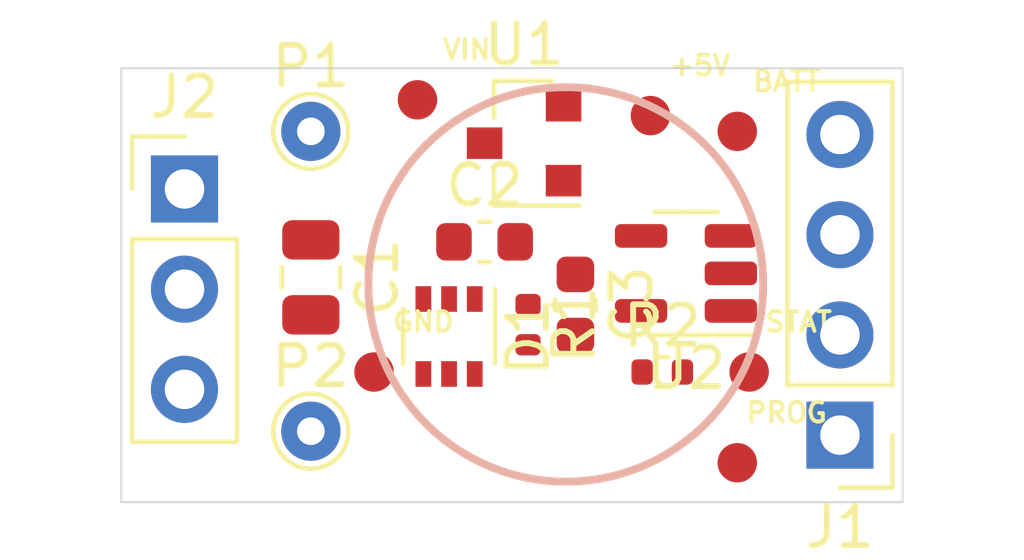
<source format=kicad_pcb>
(kicad_pcb (version 20221018) (generator pcbnew)
  (layers (0 "F.Cu" signal) (31 "B.Cu" signal) (34 "B.Paste" user) (35 "F.Paste" user) (36 "B.SilkS" user "B.Silkscreen") (37 "F.SilkS" user "F.Silkscreen") (38 "B.Mask" user) (39 "F.Mask" user) (44 "Edge.Cuts" user))
  (net 0 "")
  (net 1 "Net-(D1B-K1A2)")
  (net 2 "Net-(D1A-K3A4)")
  (net 3 "VEE")
  (net 4 "GND")
  (net 5 "+5V")
  (net 6 "+BATT")
  (net 7 "/STAT")
  (net 8 "/PROG")
  (footprint "Capacitor_SMD:C_0805_2012Metric" (layer "F.Cu") (at 139.3 88.7 -90)
    (fp_text reference "C1" (at 0 -1.68 90) (layer "F.SilkS"))
    (fp_text value "12nF 50V 5% NP0")
    (fp_line (start -0.261252 -0.735) (end 0.261252 -0.735) (stroke (width 0.12)) (layer "F.SilkS"))
    (fp_line (start -0.261252 0.735) (end 0.261252 0.735) (stroke (width 0.12)) (layer "F.SilkS"))
    (pad "1" smd roundrect (at -0.95 0 270) (size 1 1.45) (layers "F.Cu" "F.Paste" "F.Mask") (net 1 "Net-(D1B-K1A2)"))
    (pad "2" smd roundrect (at 0.95 0 270) (size 1 1.45) (layers "F.Cu" "F.Paste" "F.Mask") (net 2 "Net-(D1A-K3A4)"))
  )
  (footprint "Pixels-dice:TEST_PIN" (layer "F.Cu") (at 150.1 85)
    (fp_text reference "W6" hide)
    (fp_text value "BATT" (at 1.25 -1.27) (layer "F.SilkS") (effects (font (size 0.5 0.5) (thickness 0.1))))
    (pad "1" smd circle (at 0 0) (size 1 1) (layers "F.Cu" "F.Mask") (net 6 "+BATT"))
  )
  (footprint "Pixels-dice:TEST_PIN" (layer "F.Cu") (at 147.9 84.6)
    (fp_text reference "W3" hide)
    (fp_text value "+5V" (at 1.25 -1.27) (layer "F.SilkS") (effects (font (size 0.5 0.5) (thickness 0.1))))
    (pad "1" smd circle (at 0 0) (size 1 1) (layers "F.Cu" "F.Mask") (net 5 "+5V"))
  )
  (footprint "Capacitor_SMD:C_0603_1608Metric" (layer "F.Cu") (at 146 89.4 -90)
    (fp_text reference "C3" (at 0 -1.43 90) (layer "F.SilkS"))
    (fp_text value "22uF 10V 20%")
    (fp_line (start -0.14058 -0.51) (end 0.14058 -0.51) (stroke (width 0.12)) (layer "F.SilkS"))
    (fp_line (start -0.14058 0.51) (end 0.14058 0.51) (stroke (width 0.12)) (layer "F.SilkS"))
    (pad "1" smd roundrect (at -0.775 0 270) (size 0.9 0.95) (layers "F.Cu" "F.Paste" "F.Mask") (net 5 "+5V"))
    (pad "2" smd roundrect (at 0.775 0 270) (size 0.9 0.95) (layers "F.Cu" "F.Paste" "F.Mask") (net 4 "GND"))
  )
  (footprint "Pixels-dice:TEST_PIN" (layer "F.Cu") (at 140.9 91.1)
    (fp_text reference "W2" hide)
    (fp_text value "GND" (at 1.25 -1.27) (layer "F.SilkS") (effects (font (size 0.5 0.5) (thickness 0.1))))
    (pad "1" smd circle (at 0 0) (size 1 1) (layers "F.Cu" "F.Mask") (net 4 "GND"))
  )
  (footprint "Pixels-dice:TEST_PIN" (layer "F.Cu") (at 150.1 93.4)
    (fp_text reference "W4" hide)
    (fp_text value "PROG" (at 1.25 -1.27) (layer "F.SilkS") (effects (font (size 0.5 0.5) (thickness 0.1))))
    (pad "1" smd circle (at 0 0) (size 1 1) (layers "F.Cu" "F.Mask") (net 8 "/PROG"))
  )
  (footprint "Package_TO_SOT_SMD:SOT-23-5" (layer "F.Cu") (at 148.8 88.6 180)
    (fp_text reference "U2" (at 0 -2.4) (layer "F.SilkS"))
    (fp_text value "MCP73832T-2ACI/OT")
    (fp_line (start 0 -1.56) (end -1.8 -1.56) (stroke (width 0.12)) (layer "F.SilkS"))
    (fp_line (start 0 -1.56) (end 0.8 -1.56) (stroke (width 0.12)) (layer "F.SilkS"))
    (fp_line (start 0 1.56) (end -0.8 1.56) (stroke (width 0.12)) (layer "F.SilkS"))
    (fp_line (start 0 1.56) (end 0.8 1.56) (stroke (width 0.12)) (layer "F.SilkS"))
    (pad "1" smd roundrect (at -1.1375 -0.95 180) (size 1.325 0.6) (layers "F.Cu" "F.Paste" "F.Mask") (net 7 "/STAT"))
    (pad "2" smd roundrect (at -1.1375 0 180) (size 1.325 0.6) (layers "F.Cu" "F.Paste" "F.Mask") (net 4 "GND"))
    (pad "3" smd roundrect (at -1.1375 0.95 180) (size 1.325 0.6) (layers "F.Cu" "F.Paste" "F.Mask") (net 6 "+BATT"))
    (pad "4" smd roundrect (at 1.1375 0.95 180) (size 1.325 0.6) (layers "F.Cu" "F.Paste" "F.Mask") (net 5 "+5V"))
    (pad "5" smd roundrect (at 1.1375 -0.95 180) (size 1.325 0.6) (layers "F.Cu" "F.Paste" "F.Mask") (net 8 "/PROG"))
  )
  (footprint "TestPoint:TestPoint_THTPad_D1.5mm_Drill0.7mm" (layer "F.Cu") (at 139.3 85)
    (fp_text reference "P1" (at 0 -1.648) (layer "F.SilkS"))
    (fp_text value "COILA")
    (fp_circle (center 0 0) (end 0 0.95) (stroke (width 0.12)) (fill none) (layer "F.SilkS"))
    (pad "1" thru_hole circle (at 0 0) (size 1.5 1.5) (drill 0.7) (layers "*.Cu" "*.Mask") (net 1 "Net-(D1B-K1A2)"))
  )
  (footprint "Pixels-dice:TEST_PIN" (layer "F.Cu") (at 150.4 91.1)
    (fp_text reference "W5" hide)
    (fp_text value "STAT" (at 1.25 -1.27) (layer "F.SilkS") (effects (font (size 0.5 0.5) (thickness 0.1))))
    (pad "1" smd circle (at 0 0) (size 1 1) (layers "F.Cu" "F.Mask") (net 7 "/STAT"))
  )
  (footprint "Pixels-dice:R_0402_1005Metric" (layer "F.Cu") (at 144.8 89.9 -90)
    (fp_text reference "R1" (at 0 -1.17 90) (layer "F.SilkS"))
    (fp_text value "100k 1%")
    (pad "1" smd roundrect (at -0.51 0 270) (size 0.54 0.64) (layers "F.Cu" "F.Paste" "F.Mask") (net 5 "+5V"))
    (pad "2" smd roundrect (at 0.51 0 270) (size 0.54 0.64) (layers "F.Cu" "F.Paste" "F.Mask") (net 4 "GND"))
  )
  (footprint "Connector_PinHeader_2.54mm:PinHeader_1x04_P2.54mm_Vertical" (layer "F.Cu") (at 152.7 92.7 180)
    (fp_text reference "J1" (at 0 -2.33) (layer "F.SilkS"))
    (fp_text value "Conn_01x04")
    (fp_line (start -1.33 -1.33) (end 0 -1.33) (stroke (width 0.12)) (layer "F.SilkS"))
    (fp_line (start -1.33 0) (end -1.33 -1.33) (stroke (width 0.12)) (layer "F.SilkS"))
    (fp_line (start -1.33 1.27) (end -1.33 8.95) (stroke (width 0.12)) (layer "F.SilkS"))
    (fp_line (start -1.33 1.27) (end 1.33 1.27) (stroke (width 0.12)) (layer "F.SilkS"))
    (fp_line (start -1.33 8.95) (end 1.33 8.95) (stroke (width 0.12)) (layer "F.SilkS"))
    (fp_line (start 1.33 1.27) (end 1.33 8.95) (stroke (width 0.12)) (layer "F.SilkS"))
    (pad "1" thru_hole rect (at 0 0 180) (size 1.7 1.7) (drill 1) (layers "*.Cu" "*.Mask") (net 8 "/PROG"))
    (pad "2" thru_hole oval (at 0 2.54 180) (size 1.7 1.7) (drill 1) (layers "*.Cu" "*.Mask") (net 7 "/STAT"))
    (pad "3" thru_hole oval (at 0 5.08 180) (size 1.7 1.7) (drill 1) (layers "*.Cu" "*.Mask") (net 4 "GND"))
    (pad "4" thru_hole oval (at 0 7.62 180) (size 1.7 1.7) (drill 1) (layers "*.Cu" "*.Mask") (net 6 "+BATT"))
  )
  (footprint "Resistor_SMD:R_0402_1005Metric" (layer "F.Cu") (at 148.2 91.1)
    (fp_text reference "R2" (at 0 -1.17) (layer "F.SilkS"))
    (fp_text value "22k 1%")
    (fp_line (start -0.153641 -0.38) (end 0.153641 -0.38) (stroke (width 0.12)) (layer "F.SilkS"))
    (fp_line (start -0.153641 0.38) (end 0.153641 0.38) (stroke (width 0.12)) (layer "F.SilkS"))
    (pad "1" smd roundrect (at -0.51 0) (size 0.54 0.64) (layers "F.Cu" "F.Paste" "F.Mask") (net 8 "/PROG"))
    (pad "2" smd roundrect (at 0.51 0) (size 0.54 0.64) (layers "F.Cu" "F.Paste" "F.Mask") (net 4 "GND"))
  )
  (footprint "Package_TO_SOT_SMD:SOT-363_SC-70-6" (layer "F.Cu") (at 142.8 90.2 -90)
    (fp_text reference "D1" (at 0 -2 90) (layer "F.SilkS"))
    (fp_text value "BAV99S")
    (fp_line (start -0.7 1.16) (end 0.7 1.16) (stroke (width 0.12)) (layer "F.SilkS"))
    (fp_line (start 0.7 -1.16) (end -1.2 -1.16) (stroke (width 0.12)) (layer "F.SilkS"))
    (pad "1" smd rect (at -0.95 -0.65 270) (size 0.65 0.4) (layers "F.Cu" "F.Paste" "F.Mask") (net 4 "GND"))
    (pad "2" smd rect (at -0.95 0 270) (size 0.65 0.4) (layers "F.Cu" "F.Paste" "F.Mask") (net 3 "VEE"))
    (pad "3" smd rect (at -0.95 0.65 270) (size 0.65 0.4) (layers "F.Cu" "F.Paste" "F.Mask") (net 1 "Net-(D1B-K1A2)"))
    (pad "4" smd rect (at 0.95 0.65 270) (size 0.65 0.4) (layers "F.Cu" "F.Paste" "F.Mask") (net 4 "GND"))
    (pad "5" smd rect (at 0.95 0 270) (size 0.65 0.4) (layers "F.Cu" "F.Paste" "F.Mask") (net 3 "VEE"))
    (pad "6" smd rect (at 0.95 -0.65 270) (size 0.65 0.4) (layers "F.Cu" "F.Paste" "F.Mask") (net 2 "Net-(D1A-K3A4)"))
  )
  (footprint "Pixels-dice:TEST_PIN" (layer "F.Cu") (at 142 84.2)
    (fp_text reference "W1" hide)
    (fp_text value "VIN" (at 1.25 -1.27) (layer "F.SilkS") (effects (font (size 0.5 0.5) (thickness 0.1))))
    (pad "1" smd circle (at 0 0) (size 1 1) (layers "F.Cu" "F.Mask") (net 3 "VEE"))
  )
  (footprint "TestPoint:TestPoint_THTPad_D1.5mm_Drill0.7mm" (layer "F.Cu") (at 139.3 92.6)
    (fp_text reference "P2" (at 0 -1.648) (layer "F.SilkS"))
    (fp_text value "COILB")
    (fp_circle (center 0 0) (end 0 0.95) (stroke (width 0.12)) (fill none) (layer "F.SilkS"))
    (pad "1" thru_hole circle (at 0 0) (size 1.5 1.5) (drill 0.7) (layers "*.Cu" "*.Mask") (net 2 "Net-(D1A-K3A4)"))
  )
  (footprint "Capacitor_SMD:C_0603_1608Metric" (layer "F.Cu") (at 143.7 87.8)
    (fp_text reference "C2" (at 0 -1.43) (layer "F.SilkS"))
    (fp_text value "4.7uF 25V 20%")
    (fp_line (start -0.14058 -0.51) (end 0.14058 -0.51) (stroke (width 0.12)) (layer "F.SilkS"))
    (fp_line (start -0.14058 0.51) (end 0.14058 0.51) (stroke (width 0.12)) (layer "F.SilkS"))
    (pad "1" smd roundrect (at -0.775 0) (size 0.9 0.95) (layers "F.Cu" "F.Paste" "F.Mask") (net 3 "VEE"))
    (pad "2" smd roundrect (at 0.775 0) (size 0.9 0.95) (layers "F.Cu" "F.Paste" "F.Mask") (net 4 "GND"))
  )
  (footprint "Pixels-dice:SOT-23" (layer "F.Cu") (at 144.7 85.3)
    (fp_text reference "U1" (at 0 -2.5) (layer "F.SilkS"))
    (fp_text value "PJ75BL50SA")
    (fp_line (start -0.76 -1.58) (end -0.76 -0.65) (stroke (width 0.12)) (layer "F.SilkS"))
    (fp_line (start -0.76 -1.58) (end 0.7 -1.58) (stroke (width 0.12)) (layer "F.SilkS"))
    (fp_line (start -0.76 1.58) (end -0.76 0.65) (stroke (width 0.12)) (layer "F.SilkS"))
    (fp_line (start -0.76 1.58) (end 1.4 1.58) (stroke (width 0.12)) (layer "F.SilkS"))
    (pad "1" smd rect (at 1 0.95 180) (size 0.9 0.8) (layers "F.Cu" "F.Paste" "F.Mask") (net 4 "GND"))
    (pad "2" smd rect (at 1 -0.95 180) (size 0.9 0.8) (layers "F.Cu" "F.Paste" "F.Mask") (net 5 "+5V"))
    (pad "3" smd rect (at -1 0 180) (size 0.9 0.8) (layers "F.Cu" "F.Paste" "F.Mask") (net 3 "VEE"))
  )
  (footprint "Connector_PinHeader_2.54mm:PinHeader_1x03_P2.54mm_Vertical" (layer "F.Cu") (at 136.1 86.46)
    (fp_text reference "J2" (at 0 -2.33) (layer "F.SilkS"))
    (fp_text value "Conn_01x03")
    (fp_line (start -1.33 -1.33) (end 0 -1.33) (stroke (width 0.12)) (layer "F.SilkS"))
    (fp_line (start -1.33 0) (end -1.33 -1.33) (stroke (width 0.12)) (layer "F.SilkS"))
    (fp_line (start -1.33 1.27) (end -1.33 6.41) (stroke (width 0.12)) (layer "F.SilkS"))
    (fp_line (start -1.33 1.27) (end 1.33 1.27) (stroke (width 0.12)) (layer "F.SilkS"))
    (fp_line (start -1.33 6.41) (end 1.33 6.41) (stroke (width 0.12)) (layer "F.SilkS"))
    (fp_line (start 1.33 1.27) (end 1.33 6.41) (stroke (width 0.12)) (layer "F.SilkS"))
    (pad "1" thru_hole rect (at 0 0) (size 1.7 1.7) (drill 1) (layers "*.Cu" "*.Mask") (net 4 "GND"))
    (pad "2" thru_hole oval (at 0 2.54) (size 1.7 1.7) (drill 1) (layers "*.Cu" "*.Mask") (net 4 "GND"))
    (pad "3" thru_hole oval (at 0 5.08) (size 1.7 1.7) (drill 1) (layers "*.Cu" "*.Mask") (net 4 "GND"))
  )
  (gr_circle (center 145.756286 88.88) (end 150.756286 88.88) (stroke (width 0.2)) (fill none) (layer "B.SilkS"))
  (gr_line (start 134.5 83.4) (end 134.5 94.4) (stroke (width 0.05)) (layer "Edge.Cuts"))
  (gr_line (start 154.286286 83.4) (end 134.5 83.4) (stroke (width 0.05)) (layer "Edge.Cuts"))
  (gr_line (start 154.286286 94.4) (end 154.286286 83.4) (stroke (width 0.05)) (layer "Edge.Cuts"))
  (gr_line (start 134.5 94.4) (end 154.286286 94.4) (stroke (width 0.05)) (layer "Edge.Cuts"))
)
</source>
